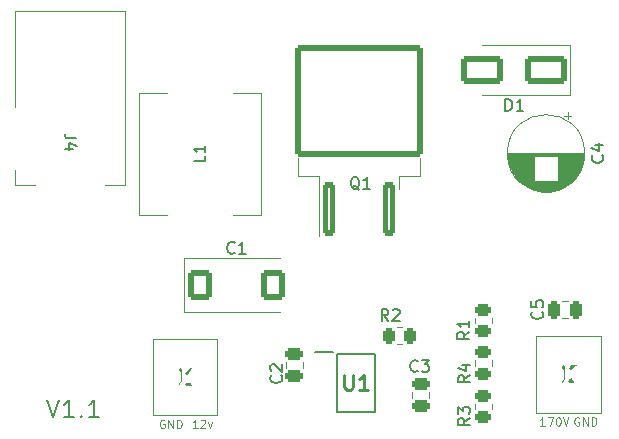
<source format=gto>
G04 #@! TF.GenerationSoftware,KiCad,Pcbnew,7.0.5-0*
G04 #@! TF.CreationDate,2023-12-12T17:49:23-05:00*
G04 #@! TF.ProjectId,PierogiNixiePSU,50696572-6f67-4694-9e69-786965505355,rev?*
G04 #@! TF.SameCoordinates,Original*
G04 #@! TF.FileFunction,Legend,Top*
G04 #@! TF.FilePolarity,Positive*
%FSLAX46Y46*%
G04 Gerber Fmt 4.6, Leading zero omitted, Abs format (unit mm)*
G04 Created by KiCad (PCBNEW 7.0.5-0) date 2023-12-12 17:49:23*
%MOMM*%
%LPD*%
G01*
G04 APERTURE LIST*
G04 Aperture macros list*
%AMRoundRect*
0 Rectangle with rounded corners*
0 $1 Rounding radius*
0 $2 $3 $4 $5 $6 $7 $8 $9 X,Y pos of 4 corners*
0 Add a 4 corners polygon primitive as box body*
4,1,4,$2,$3,$4,$5,$6,$7,$8,$9,$2,$3,0*
0 Add four circle primitives for the rounded corners*
1,1,$1+$1,$2,$3*
1,1,$1+$1,$4,$5*
1,1,$1+$1,$6,$7*
1,1,$1+$1,$8,$9*
0 Add four rect primitives between the rounded corners*
20,1,$1+$1,$2,$3,$4,$5,0*
20,1,$1+$1,$4,$5,$6,$7,0*
20,1,$1+$1,$6,$7,$8,$9,0*
20,1,$1+$1,$8,$9,$2,$3,0*%
G04 Aperture macros list end*
%ADD10C,0.150000*%
%ADD11C,0.100000*%
%ADD12C,0.254000*%
%ADD13C,0.120000*%
%ADD14C,0.200000*%
%ADD15RoundRect,0.250000X0.262500X0.450000X-0.262500X0.450000X-0.262500X-0.450000X0.262500X-0.450000X0*%
%ADD16RoundRect,0.250000X-0.250000X-0.475000X0.250000X-0.475000X0.250000X0.475000X-0.250000X0.475000X0*%
%ADD17C,1.950000*%
%ADD18RoundRect,0.250000X0.300000X-2.050000X0.300000X2.050000X-0.300000X2.050000X-0.300000X-2.050000X0*%
%ADD19RoundRect,0.250002X5.149998X-4.449998X5.149998X4.449998X-5.149998X4.449998X-5.149998X-4.449998X0*%
%ADD20C,0.800000*%
%ADD21C,7.000000*%
%ADD22RoundRect,0.250000X0.475000X-0.250000X0.475000X0.250000X-0.475000X0.250000X-0.475000X-0.250000X0*%
%ADD23R,4.950000X3.175000*%
%ADD24R,1.550000X0.700000*%
%ADD25RoundRect,0.250000X-0.787500X-1.025000X0.787500X-1.025000X0.787500X1.025000X-0.787500X1.025000X0*%
%ADD26R,1.600000X1.600000*%
%ADD27C,1.600000*%
%ADD28RoundRect,0.250000X0.450000X-0.262500X0.450000X0.262500X-0.450000X0.262500X-0.450000X-0.262500X0*%
%ADD29RoundRect,0.250000X1.500000X0.900000X-1.500000X0.900000X-1.500000X-0.900000X1.500000X-0.900000X0*%
%ADD30R,4.500000X2.000000*%
%ADD31O,4.000000X2.000000*%
%ADD32O,2.000000X4.000000*%
%ADD33RoundRect,0.250000X-0.450000X0.262500X-0.450000X-0.262500X0.450000X-0.262500X0.450000X0.262500X0*%
G04 APERTURE END LIST*
D10*
X120841541Y-119008628D02*
X121341541Y-120508628D01*
X121341541Y-120508628D02*
X121841541Y-119008628D01*
X123127255Y-120508628D02*
X122270112Y-120508628D01*
X122698683Y-120508628D02*
X122698683Y-119008628D01*
X122698683Y-119008628D02*
X122555826Y-119222914D01*
X122555826Y-119222914D02*
X122412969Y-119365771D01*
X122412969Y-119365771D02*
X122270112Y-119437200D01*
X123770111Y-120365771D02*
X123841540Y-120437200D01*
X123841540Y-120437200D02*
X123770111Y-120508628D01*
X123770111Y-120508628D02*
X123698683Y-120437200D01*
X123698683Y-120437200D02*
X123770111Y-120365771D01*
X123770111Y-120365771D02*
X123770111Y-120508628D01*
X125270112Y-120508628D02*
X124412969Y-120508628D01*
X124841540Y-120508628D02*
X124841540Y-119008628D01*
X124841540Y-119008628D02*
X124698683Y-119222914D01*
X124698683Y-119222914D02*
X124555826Y-119365771D01*
X124555826Y-119365771D02*
X124412969Y-119437200D01*
D11*
X133599122Y-121409133D02*
X133199122Y-121409133D01*
X133399122Y-121409133D02*
X133399122Y-120709133D01*
X133399122Y-120709133D02*
X133332455Y-120809133D01*
X133332455Y-120809133D02*
X133265789Y-120875800D01*
X133265789Y-120875800D02*
X133199122Y-120909133D01*
X133865789Y-120775800D02*
X133899122Y-120742466D01*
X133899122Y-120742466D02*
X133965789Y-120709133D01*
X133965789Y-120709133D02*
X134132456Y-120709133D01*
X134132456Y-120709133D02*
X134199122Y-120742466D01*
X134199122Y-120742466D02*
X134232456Y-120775800D01*
X134232456Y-120775800D02*
X134265789Y-120842466D01*
X134265789Y-120842466D02*
X134265789Y-120909133D01*
X134265789Y-120909133D02*
X134232456Y-121009133D01*
X134232456Y-121009133D02*
X133832456Y-121409133D01*
X133832456Y-121409133D02*
X134265789Y-121409133D01*
X134499123Y-120942466D02*
X134665789Y-121409133D01*
X134665789Y-121409133D02*
X134832456Y-120942466D01*
X130799122Y-120742466D02*
X130732455Y-120709133D01*
X130732455Y-120709133D02*
X130632455Y-120709133D01*
X130632455Y-120709133D02*
X130532455Y-120742466D01*
X130532455Y-120742466D02*
X130465789Y-120809133D01*
X130465789Y-120809133D02*
X130432455Y-120875800D01*
X130432455Y-120875800D02*
X130399122Y-121009133D01*
X130399122Y-121009133D02*
X130399122Y-121109133D01*
X130399122Y-121109133D02*
X130432455Y-121242466D01*
X130432455Y-121242466D02*
X130465789Y-121309133D01*
X130465789Y-121309133D02*
X130532455Y-121375800D01*
X130532455Y-121375800D02*
X130632455Y-121409133D01*
X130632455Y-121409133D02*
X130699122Y-121409133D01*
X130699122Y-121409133D02*
X130799122Y-121375800D01*
X130799122Y-121375800D02*
X130832455Y-121342466D01*
X130832455Y-121342466D02*
X130832455Y-121109133D01*
X130832455Y-121109133D02*
X130699122Y-121109133D01*
X131132455Y-121409133D02*
X131132455Y-120709133D01*
X131132455Y-120709133D02*
X131532455Y-121409133D01*
X131532455Y-121409133D02*
X131532455Y-120709133D01*
X131865788Y-121409133D02*
X131865788Y-120709133D01*
X131865788Y-120709133D02*
X132032455Y-120709133D01*
X132032455Y-120709133D02*
X132132455Y-120742466D01*
X132132455Y-120742466D02*
X132199122Y-120809133D01*
X132199122Y-120809133D02*
X132232455Y-120875800D01*
X132232455Y-120875800D02*
X132265788Y-121009133D01*
X132265788Y-121009133D02*
X132265788Y-121109133D01*
X132265788Y-121109133D02*
X132232455Y-121242466D01*
X132232455Y-121242466D02*
X132199122Y-121309133D01*
X132199122Y-121309133D02*
X132132455Y-121375800D01*
X132132455Y-121375800D02*
X132032455Y-121409133D01*
X132032455Y-121409133D02*
X131865788Y-121409133D01*
X162999122Y-121209133D02*
X162599122Y-121209133D01*
X162799122Y-121209133D02*
X162799122Y-120509133D01*
X162799122Y-120509133D02*
X162732455Y-120609133D01*
X162732455Y-120609133D02*
X162665789Y-120675800D01*
X162665789Y-120675800D02*
X162599122Y-120709133D01*
X163232456Y-120509133D02*
X163699122Y-120509133D01*
X163699122Y-120509133D02*
X163399122Y-121209133D01*
X164099123Y-120509133D02*
X164165789Y-120509133D01*
X164165789Y-120509133D02*
X164232456Y-120542466D01*
X164232456Y-120542466D02*
X164265789Y-120575800D01*
X164265789Y-120575800D02*
X164299123Y-120642466D01*
X164299123Y-120642466D02*
X164332456Y-120775800D01*
X164332456Y-120775800D02*
X164332456Y-120942466D01*
X164332456Y-120942466D02*
X164299123Y-121075800D01*
X164299123Y-121075800D02*
X164265789Y-121142466D01*
X164265789Y-121142466D02*
X164232456Y-121175800D01*
X164232456Y-121175800D02*
X164165789Y-121209133D01*
X164165789Y-121209133D02*
X164099123Y-121209133D01*
X164099123Y-121209133D02*
X164032456Y-121175800D01*
X164032456Y-121175800D02*
X163999123Y-121142466D01*
X163999123Y-121142466D02*
X163965789Y-121075800D01*
X163965789Y-121075800D02*
X163932456Y-120942466D01*
X163932456Y-120942466D02*
X163932456Y-120775800D01*
X163932456Y-120775800D02*
X163965789Y-120642466D01*
X163965789Y-120642466D02*
X163999123Y-120575800D01*
X163999123Y-120575800D02*
X164032456Y-120542466D01*
X164032456Y-120542466D02*
X164099123Y-120509133D01*
X164532456Y-120509133D02*
X164765790Y-121209133D01*
X164765790Y-121209133D02*
X164999123Y-120509133D01*
X165899122Y-120542466D02*
X165832455Y-120509133D01*
X165832455Y-120509133D02*
X165732455Y-120509133D01*
X165732455Y-120509133D02*
X165632455Y-120542466D01*
X165632455Y-120542466D02*
X165565789Y-120609133D01*
X165565789Y-120609133D02*
X165532455Y-120675800D01*
X165532455Y-120675800D02*
X165499122Y-120809133D01*
X165499122Y-120809133D02*
X165499122Y-120909133D01*
X165499122Y-120909133D02*
X165532455Y-121042466D01*
X165532455Y-121042466D02*
X165565789Y-121109133D01*
X165565789Y-121109133D02*
X165632455Y-121175800D01*
X165632455Y-121175800D02*
X165732455Y-121209133D01*
X165732455Y-121209133D02*
X165799122Y-121209133D01*
X165799122Y-121209133D02*
X165899122Y-121175800D01*
X165899122Y-121175800D02*
X165932455Y-121142466D01*
X165932455Y-121142466D02*
X165932455Y-120909133D01*
X165932455Y-120909133D02*
X165799122Y-120909133D01*
X166232455Y-121209133D02*
X166232455Y-120509133D01*
X166232455Y-120509133D02*
X166632455Y-121209133D01*
X166632455Y-121209133D02*
X166632455Y-120509133D01*
X166965788Y-121209133D02*
X166965788Y-120509133D01*
X166965788Y-120509133D02*
X167132455Y-120509133D01*
X167132455Y-120509133D02*
X167232455Y-120542466D01*
X167232455Y-120542466D02*
X167299122Y-120609133D01*
X167299122Y-120609133D02*
X167332455Y-120675800D01*
X167332455Y-120675800D02*
X167365788Y-120809133D01*
X167365788Y-120809133D02*
X167365788Y-120909133D01*
X167365788Y-120909133D02*
X167332455Y-121042466D01*
X167332455Y-121042466D02*
X167299122Y-121109133D01*
X167299122Y-121109133D02*
X167232455Y-121175800D01*
X167232455Y-121175800D02*
X167132455Y-121209133D01*
X167132455Y-121209133D02*
X166965788Y-121209133D01*
D10*
X149745833Y-112354819D02*
X149412500Y-111878628D01*
X149174405Y-112354819D02*
X149174405Y-111354819D01*
X149174405Y-111354819D02*
X149555357Y-111354819D01*
X149555357Y-111354819D02*
X149650595Y-111402438D01*
X149650595Y-111402438D02*
X149698214Y-111450057D01*
X149698214Y-111450057D02*
X149745833Y-111545295D01*
X149745833Y-111545295D02*
X149745833Y-111688152D01*
X149745833Y-111688152D02*
X149698214Y-111783390D01*
X149698214Y-111783390D02*
X149650595Y-111831009D01*
X149650595Y-111831009D02*
X149555357Y-111878628D01*
X149555357Y-111878628D02*
X149174405Y-111878628D01*
X150126786Y-111450057D02*
X150174405Y-111402438D01*
X150174405Y-111402438D02*
X150269643Y-111354819D01*
X150269643Y-111354819D02*
X150507738Y-111354819D01*
X150507738Y-111354819D02*
X150602976Y-111402438D01*
X150602976Y-111402438D02*
X150650595Y-111450057D01*
X150650595Y-111450057D02*
X150698214Y-111545295D01*
X150698214Y-111545295D02*
X150698214Y-111640533D01*
X150698214Y-111640533D02*
X150650595Y-111783390D01*
X150650595Y-111783390D02*
X150079167Y-112354819D01*
X150079167Y-112354819D02*
X150698214Y-112354819D01*
X162759580Y-111566666D02*
X162807200Y-111614285D01*
X162807200Y-111614285D02*
X162854819Y-111757142D01*
X162854819Y-111757142D02*
X162854819Y-111852380D01*
X162854819Y-111852380D02*
X162807200Y-111995237D01*
X162807200Y-111995237D02*
X162711961Y-112090475D01*
X162711961Y-112090475D02*
X162616723Y-112138094D01*
X162616723Y-112138094D02*
X162426247Y-112185713D01*
X162426247Y-112185713D02*
X162283390Y-112185713D01*
X162283390Y-112185713D02*
X162092914Y-112138094D01*
X162092914Y-112138094D02*
X161997676Y-112090475D01*
X161997676Y-112090475D02*
X161902438Y-111995237D01*
X161902438Y-111995237D02*
X161854819Y-111852380D01*
X161854819Y-111852380D02*
X161854819Y-111757142D01*
X161854819Y-111757142D02*
X161902438Y-111614285D01*
X161902438Y-111614285D02*
X161950057Y-111566666D01*
X161854819Y-110661904D02*
X161854819Y-111138094D01*
X161854819Y-111138094D02*
X162331009Y-111185713D01*
X162331009Y-111185713D02*
X162283390Y-111138094D01*
X162283390Y-111138094D02*
X162235771Y-111042856D01*
X162235771Y-111042856D02*
X162235771Y-110804761D01*
X162235771Y-110804761D02*
X162283390Y-110709523D01*
X162283390Y-110709523D02*
X162331009Y-110661904D01*
X162331009Y-110661904D02*
X162426247Y-110614285D01*
X162426247Y-110614285D02*
X162664342Y-110614285D01*
X162664342Y-110614285D02*
X162759580Y-110661904D01*
X162759580Y-110661904D02*
X162807200Y-110709523D01*
X162807200Y-110709523D02*
X162854819Y-110804761D01*
X162854819Y-110804761D02*
X162854819Y-111042856D01*
X162854819Y-111042856D02*
X162807200Y-111138094D01*
X162807200Y-111138094D02*
X162759580Y-111185713D01*
D12*
X132106667Y-116404318D02*
X132106667Y-117311461D01*
X132106667Y-117311461D02*
X132046190Y-117492889D01*
X132046190Y-117492889D02*
X131925238Y-117613842D01*
X131925238Y-117613842D02*
X131743809Y-117674318D01*
X131743809Y-117674318D02*
X131622857Y-117674318D01*
X133376667Y-117674318D02*
X132650952Y-117674318D01*
X133013809Y-117674318D02*
X133013809Y-116404318D01*
X133013809Y-116404318D02*
X132892857Y-116585746D01*
X132892857Y-116585746D02*
X132771905Y-116706699D01*
X132771905Y-116706699D02*
X132650952Y-116767175D01*
D10*
X147304761Y-101250057D02*
X147209523Y-101202438D01*
X147209523Y-101202438D02*
X147114285Y-101107200D01*
X147114285Y-101107200D02*
X146971428Y-100964342D01*
X146971428Y-100964342D02*
X146876190Y-100916723D01*
X146876190Y-100916723D02*
X146780952Y-100916723D01*
X146828571Y-101154819D02*
X146733333Y-101107200D01*
X146733333Y-101107200D02*
X146638095Y-101011961D01*
X146638095Y-101011961D02*
X146590476Y-100821485D01*
X146590476Y-100821485D02*
X146590476Y-100488152D01*
X146590476Y-100488152D02*
X146638095Y-100297676D01*
X146638095Y-100297676D02*
X146733333Y-100202438D01*
X146733333Y-100202438D02*
X146828571Y-100154819D01*
X146828571Y-100154819D02*
X147019047Y-100154819D01*
X147019047Y-100154819D02*
X147114285Y-100202438D01*
X147114285Y-100202438D02*
X147209523Y-100297676D01*
X147209523Y-100297676D02*
X147257142Y-100488152D01*
X147257142Y-100488152D02*
X147257142Y-100821485D01*
X147257142Y-100821485D02*
X147209523Y-101011961D01*
X147209523Y-101011961D02*
X147114285Y-101107200D01*
X147114285Y-101107200D02*
X147019047Y-101154819D01*
X147019047Y-101154819D02*
X146828571Y-101154819D01*
X148209523Y-101154819D02*
X147638095Y-101154819D01*
X147923809Y-101154819D02*
X147923809Y-100154819D01*
X147923809Y-100154819D02*
X147828571Y-100297676D01*
X147828571Y-100297676D02*
X147733333Y-100392914D01*
X147733333Y-100392914D02*
X147638095Y-100440533D01*
X152233333Y-116559580D02*
X152185714Y-116607200D01*
X152185714Y-116607200D02*
X152042857Y-116654819D01*
X152042857Y-116654819D02*
X151947619Y-116654819D01*
X151947619Y-116654819D02*
X151804762Y-116607200D01*
X151804762Y-116607200D02*
X151709524Y-116511961D01*
X151709524Y-116511961D02*
X151661905Y-116416723D01*
X151661905Y-116416723D02*
X151614286Y-116226247D01*
X151614286Y-116226247D02*
X151614286Y-116083390D01*
X151614286Y-116083390D02*
X151661905Y-115892914D01*
X151661905Y-115892914D02*
X151709524Y-115797676D01*
X151709524Y-115797676D02*
X151804762Y-115702438D01*
X151804762Y-115702438D02*
X151947619Y-115654819D01*
X151947619Y-115654819D02*
X152042857Y-115654819D01*
X152042857Y-115654819D02*
X152185714Y-115702438D01*
X152185714Y-115702438D02*
X152233333Y-115750057D01*
X152566667Y-115654819D02*
X153185714Y-115654819D01*
X153185714Y-115654819D02*
X152852381Y-116035771D01*
X152852381Y-116035771D02*
X152995238Y-116035771D01*
X152995238Y-116035771D02*
X153090476Y-116083390D01*
X153090476Y-116083390D02*
X153138095Y-116131009D01*
X153138095Y-116131009D02*
X153185714Y-116226247D01*
X153185714Y-116226247D02*
X153185714Y-116464342D01*
X153185714Y-116464342D02*
X153138095Y-116559580D01*
X153138095Y-116559580D02*
X153090476Y-116607200D01*
X153090476Y-116607200D02*
X152995238Y-116654819D01*
X152995238Y-116654819D02*
X152709524Y-116654819D01*
X152709524Y-116654819D02*
X152614286Y-116607200D01*
X152614286Y-116607200D02*
X152566667Y-116559580D01*
X134254819Y-98366666D02*
X134254819Y-98842856D01*
X134254819Y-98842856D02*
X133254819Y-98842856D01*
X134254819Y-97509523D02*
X134254819Y-98080951D01*
X134254819Y-97795237D02*
X133254819Y-97795237D01*
X133254819Y-97795237D02*
X133397676Y-97890475D01*
X133397676Y-97890475D02*
X133492914Y-97985713D01*
X133492914Y-97985713D02*
X133540533Y-98080951D01*
X140659580Y-116966666D02*
X140707200Y-117014285D01*
X140707200Y-117014285D02*
X140754819Y-117157142D01*
X140754819Y-117157142D02*
X140754819Y-117252380D01*
X140754819Y-117252380D02*
X140707200Y-117395237D01*
X140707200Y-117395237D02*
X140611961Y-117490475D01*
X140611961Y-117490475D02*
X140516723Y-117538094D01*
X140516723Y-117538094D02*
X140326247Y-117585713D01*
X140326247Y-117585713D02*
X140183390Y-117585713D01*
X140183390Y-117585713D02*
X139992914Y-117538094D01*
X139992914Y-117538094D02*
X139897676Y-117490475D01*
X139897676Y-117490475D02*
X139802438Y-117395237D01*
X139802438Y-117395237D02*
X139754819Y-117252380D01*
X139754819Y-117252380D02*
X139754819Y-117157142D01*
X139754819Y-117157142D02*
X139802438Y-117014285D01*
X139802438Y-117014285D02*
X139850057Y-116966666D01*
X139850057Y-116585713D02*
X139802438Y-116538094D01*
X139802438Y-116538094D02*
X139754819Y-116442856D01*
X139754819Y-116442856D02*
X139754819Y-116204761D01*
X139754819Y-116204761D02*
X139802438Y-116109523D01*
X139802438Y-116109523D02*
X139850057Y-116061904D01*
X139850057Y-116061904D02*
X139945295Y-116014285D01*
X139945295Y-116014285D02*
X140040533Y-116014285D01*
X140040533Y-116014285D02*
X140183390Y-116061904D01*
X140183390Y-116061904D02*
X140754819Y-116633332D01*
X140754819Y-116633332D02*
X140754819Y-116014285D01*
D12*
X146032380Y-116904318D02*
X146032380Y-117932413D01*
X146032380Y-117932413D02*
X146092857Y-118053365D01*
X146092857Y-118053365D02*
X146153333Y-118113842D01*
X146153333Y-118113842D02*
X146274285Y-118174318D01*
X146274285Y-118174318D02*
X146516190Y-118174318D01*
X146516190Y-118174318D02*
X146637142Y-118113842D01*
X146637142Y-118113842D02*
X146697619Y-118053365D01*
X146697619Y-118053365D02*
X146758095Y-117932413D01*
X146758095Y-117932413D02*
X146758095Y-116904318D01*
X148028095Y-118174318D02*
X147302380Y-118174318D01*
X147665237Y-118174318D02*
X147665237Y-116904318D01*
X147665237Y-116904318D02*
X147544285Y-117085746D01*
X147544285Y-117085746D02*
X147423333Y-117206699D01*
X147423333Y-117206699D02*
X147302380Y-117267175D01*
D10*
X136733333Y-106559580D02*
X136685714Y-106607200D01*
X136685714Y-106607200D02*
X136542857Y-106654819D01*
X136542857Y-106654819D02*
X136447619Y-106654819D01*
X136447619Y-106654819D02*
X136304762Y-106607200D01*
X136304762Y-106607200D02*
X136209524Y-106511961D01*
X136209524Y-106511961D02*
X136161905Y-106416723D01*
X136161905Y-106416723D02*
X136114286Y-106226247D01*
X136114286Y-106226247D02*
X136114286Y-106083390D01*
X136114286Y-106083390D02*
X136161905Y-105892914D01*
X136161905Y-105892914D02*
X136209524Y-105797676D01*
X136209524Y-105797676D02*
X136304762Y-105702438D01*
X136304762Y-105702438D02*
X136447619Y-105654819D01*
X136447619Y-105654819D02*
X136542857Y-105654819D01*
X136542857Y-105654819D02*
X136685714Y-105702438D01*
X136685714Y-105702438D02*
X136733333Y-105750057D01*
X137685714Y-106654819D02*
X137114286Y-106654819D01*
X137400000Y-106654819D02*
X137400000Y-105654819D01*
X137400000Y-105654819D02*
X137304762Y-105797676D01*
X137304762Y-105797676D02*
X137209524Y-105892914D01*
X137209524Y-105892914D02*
X137114286Y-105940533D01*
X167859580Y-98316666D02*
X167907200Y-98364285D01*
X167907200Y-98364285D02*
X167954819Y-98507142D01*
X167954819Y-98507142D02*
X167954819Y-98602380D01*
X167954819Y-98602380D02*
X167907200Y-98745237D01*
X167907200Y-98745237D02*
X167811961Y-98840475D01*
X167811961Y-98840475D02*
X167716723Y-98888094D01*
X167716723Y-98888094D02*
X167526247Y-98935713D01*
X167526247Y-98935713D02*
X167383390Y-98935713D01*
X167383390Y-98935713D02*
X167192914Y-98888094D01*
X167192914Y-98888094D02*
X167097676Y-98840475D01*
X167097676Y-98840475D02*
X167002438Y-98745237D01*
X167002438Y-98745237D02*
X166954819Y-98602380D01*
X166954819Y-98602380D02*
X166954819Y-98507142D01*
X166954819Y-98507142D02*
X167002438Y-98364285D01*
X167002438Y-98364285D02*
X167050057Y-98316666D01*
X167288152Y-97459523D02*
X167954819Y-97459523D01*
X166907200Y-97697618D02*
X167621485Y-97935713D01*
X167621485Y-97935713D02*
X167621485Y-97316666D01*
D12*
X164576667Y-116204318D02*
X164576667Y-117111461D01*
X164576667Y-117111461D02*
X164516190Y-117292889D01*
X164516190Y-117292889D02*
X164395238Y-117413842D01*
X164395238Y-117413842D02*
X164213809Y-117474318D01*
X164213809Y-117474318D02*
X164092857Y-117474318D01*
X165120952Y-116325270D02*
X165181428Y-116264794D01*
X165181428Y-116264794D02*
X165302381Y-116204318D01*
X165302381Y-116204318D02*
X165604762Y-116204318D01*
X165604762Y-116204318D02*
X165725714Y-116264794D01*
X165725714Y-116264794D02*
X165786190Y-116325270D01*
X165786190Y-116325270D02*
X165846667Y-116446222D01*
X165846667Y-116446222D02*
X165846667Y-116567175D01*
X165846667Y-116567175D02*
X165786190Y-116748603D01*
X165786190Y-116748603D02*
X165060476Y-117474318D01*
X165060476Y-117474318D02*
X165846667Y-117474318D01*
D10*
X156604819Y-113266666D02*
X156128628Y-113599999D01*
X156604819Y-113838094D02*
X155604819Y-113838094D01*
X155604819Y-113838094D02*
X155604819Y-113457142D01*
X155604819Y-113457142D02*
X155652438Y-113361904D01*
X155652438Y-113361904D02*
X155700057Y-113314285D01*
X155700057Y-113314285D02*
X155795295Y-113266666D01*
X155795295Y-113266666D02*
X155938152Y-113266666D01*
X155938152Y-113266666D02*
X156033390Y-113314285D01*
X156033390Y-113314285D02*
X156081009Y-113361904D01*
X156081009Y-113361904D02*
X156128628Y-113457142D01*
X156128628Y-113457142D02*
X156128628Y-113838094D01*
X156604819Y-112314285D02*
X156604819Y-112885713D01*
X156604819Y-112599999D02*
X155604819Y-112599999D01*
X155604819Y-112599999D02*
X155747676Y-112695237D01*
X155747676Y-112695237D02*
X155842914Y-112790475D01*
X155842914Y-112790475D02*
X155890533Y-112885713D01*
X159661905Y-94554819D02*
X159661905Y-93554819D01*
X159661905Y-93554819D02*
X159900000Y-93554819D01*
X159900000Y-93554819D02*
X160042857Y-93602438D01*
X160042857Y-93602438D02*
X160138095Y-93697676D01*
X160138095Y-93697676D02*
X160185714Y-93792914D01*
X160185714Y-93792914D02*
X160233333Y-93983390D01*
X160233333Y-93983390D02*
X160233333Y-94126247D01*
X160233333Y-94126247D02*
X160185714Y-94316723D01*
X160185714Y-94316723D02*
X160138095Y-94411961D01*
X160138095Y-94411961D02*
X160042857Y-94507200D01*
X160042857Y-94507200D02*
X159900000Y-94554819D01*
X159900000Y-94554819D02*
X159661905Y-94554819D01*
X161185714Y-94554819D02*
X160614286Y-94554819D01*
X160900000Y-94554819D02*
X160900000Y-93554819D01*
X160900000Y-93554819D02*
X160804762Y-93697676D01*
X160804762Y-93697676D02*
X160709524Y-93792914D01*
X160709524Y-93792914D02*
X160614286Y-93840533D01*
X123345180Y-96866666D02*
X122630895Y-96866666D01*
X122630895Y-96866666D02*
X122488038Y-96819047D01*
X122488038Y-96819047D02*
X122392800Y-96723809D01*
X122392800Y-96723809D02*
X122345180Y-96580952D01*
X122345180Y-96580952D02*
X122345180Y-96485714D01*
X123011847Y-97771428D02*
X122345180Y-97771428D01*
X123392800Y-97533333D02*
X122678514Y-97295238D01*
X122678514Y-97295238D02*
X122678514Y-97914285D01*
X156654819Y-116966666D02*
X156178628Y-117299999D01*
X156654819Y-117538094D02*
X155654819Y-117538094D01*
X155654819Y-117538094D02*
X155654819Y-117157142D01*
X155654819Y-117157142D02*
X155702438Y-117061904D01*
X155702438Y-117061904D02*
X155750057Y-117014285D01*
X155750057Y-117014285D02*
X155845295Y-116966666D01*
X155845295Y-116966666D02*
X155988152Y-116966666D01*
X155988152Y-116966666D02*
X156083390Y-117014285D01*
X156083390Y-117014285D02*
X156131009Y-117061904D01*
X156131009Y-117061904D02*
X156178628Y-117157142D01*
X156178628Y-117157142D02*
X156178628Y-117538094D01*
X155988152Y-116109523D02*
X156654819Y-116109523D01*
X155607200Y-116347618D02*
X156321485Y-116585713D01*
X156321485Y-116585713D02*
X156321485Y-115966666D01*
X156654819Y-120566666D02*
X156178628Y-120899999D01*
X156654819Y-121138094D02*
X155654819Y-121138094D01*
X155654819Y-121138094D02*
X155654819Y-120757142D01*
X155654819Y-120757142D02*
X155702438Y-120661904D01*
X155702438Y-120661904D02*
X155750057Y-120614285D01*
X155750057Y-120614285D02*
X155845295Y-120566666D01*
X155845295Y-120566666D02*
X155988152Y-120566666D01*
X155988152Y-120566666D02*
X156083390Y-120614285D01*
X156083390Y-120614285D02*
X156131009Y-120661904D01*
X156131009Y-120661904D02*
X156178628Y-120757142D01*
X156178628Y-120757142D02*
X156178628Y-121138094D01*
X155654819Y-120233332D02*
X155654819Y-119614285D01*
X155654819Y-119614285D02*
X156035771Y-119947618D01*
X156035771Y-119947618D02*
X156035771Y-119804761D01*
X156035771Y-119804761D02*
X156083390Y-119709523D01*
X156083390Y-119709523D02*
X156131009Y-119661904D01*
X156131009Y-119661904D02*
X156226247Y-119614285D01*
X156226247Y-119614285D02*
X156464342Y-119614285D01*
X156464342Y-119614285D02*
X156559580Y-119661904D01*
X156559580Y-119661904D02*
X156607200Y-119709523D01*
X156607200Y-119709523D02*
X156654819Y-119804761D01*
X156654819Y-119804761D02*
X156654819Y-120090475D01*
X156654819Y-120090475D02*
X156607200Y-120185713D01*
X156607200Y-120185713D02*
X156559580Y-120233332D01*
D13*
X150927064Y-114335000D02*
X150472936Y-114335000D01*
X150927064Y-112865000D02*
X150472936Y-112865000D01*
X164438748Y-110665000D02*
X164961252Y-110665000D01*
X164438748Y-112135000D02*
X164961252Y-112135000D01*
D11*
X129790000Y-113850000D02*
X135270000Y-113850000D01*
X129790000Y-120350000D02*
X129790000Y-113850000D01*
X135270000Y-113850000D02*
X135270000Y-120350000D01*
X135270000Y-120350000D02*
X129790000Y-120350000D01*
D13*
X142060000Y-100050000D02*
X143870000Y-100050000D01*
X143870000Y-100050000D02*
X143870000Y-105175000D01*
X150650000Y-100050000D02*
X150650000Y-101150000D01*
X152460000Y-100050000D02*
X150650000Y-100050000D01*
X142060000Y-98550000D02*
X142060000Y-100050000D01*
X152460000Y-98550000D02*
X152460000Y-100050000D01*
X151765000Y-118861252D02*
X151765000Y-118338748D01*
X153235000Y-118861252D02*
X153235000Y-118338748D01*
X128620000Y-103380000D02*
X128620000Y-93020000D01*
X131025000Y-103380000D02*
X128620000Y-103380000D01*
X136575000Y-103380000D02*
X138980000Y-103380000D01*
X138980000Y-103380000D02*
X138980000Y-93020000D01*
X128620000Y-93020000D02*
X131025000Y-93020000D01*
X138980000Y-93020000D02*
X136575000Y-93020000D01*
X141065000Y-116361252D02*
X141065000Y-115838748D01*
X142535000Y-116361252D02*
X142535000Y-115838748D01*
D14*
X143500000Y-114995000D02*
X145050000Y-114995000D01*
X145400000Y-115150000D02*
X148600000Y-115150000D01*
X145400000Y-120050000D02*
X145400000Y-115150000D01*
X148600000Y-115150000D02*
X148600000Y-120050000D01*
X148600000Y-120050000D02*
X145400000Y-120050000D01*
D13*
X132490000Y-107040000D02*
X132490000Y-111560000D01*
X132490000Y-111560000D02*
X140550000Y-111560000D01*
X140550000Y-107040000D02*
X132490000Y-107040000D01*
X164939000Y-94649759D02*
X164939000Y-95279759D01*
X165254000Y-94964759D02*
X164624000Y-94964759D01*
X166330000Y-98150000D02*
X159870000Y-98150000D01*
X166330000Y-98190000D02*
X159870000Y-98190000D01*
X166330000Y-98230000D02*
X159870000Y-98230000D01*
X166328000Y-98270000D02*
X159872000Y-98270000D01*
X166327000Y-98310000D02*
X159873000Y-98310000D01*
X166324000Y-98350000D02*
X159876000Y-98350000D01*
X166322000Y-98390000D02*
X164140000Y-98390000D01*
X162060000Y-98390000D02*
X159878000Y-98390000D01*
X166318000Y-98430000D02*
X164140000Y-98430000D01*
X162060000Y-98430000D02*
X159882000Y-98430000D01*
X166315000Y-98470000D02*
X164140000Y-98470000D01*
X162060000Y-98470000D02*
X159885000Y-98470000D01*
X166311000Y-98510000D02*
X164140000Y-98510000D01*
X162060000Y-98510000D02*
X159889000Y-98510000D01*
X166306000Y-98550000D02*
X164140000Y-98550000D01*
X162060000Y-98550000D02*
X159894000Y-98550000D01*
X166301000Y-98590000D02*
X164140000Y-98590000D01*
X162060000Y-98590000D02*
X159899000Y-98590000D01*
X166295000Y-98630000D02*
X164140000Y-98630000D01*
X162060000Y-98630000D02*
X159905000Y-98630000D01*
X166289000Y-98670000D02*
X164140000Y-98670000D01*
X162060000Y-98670000D02*
X159911000Y-98670000D01*
X166282000Y-98710000D02*
X164140000Y-98710000D01*
X162060000Y-98710000D02*
X159918000Y-98710000D01*
X166275000Y-98750000D02*
X164140000Y-98750000D01*
X162060000Y-98750000D02*
X159925000Y-98750000D01*
X166267000Y-98790000D02*
X164140000Y-98790000D01*
X162060000Y-98790000D02*
X159933000Y-98790000D01*
X166259000Y-98830000D02*
X164140000Y-98830000D01*
X162060000Y-98830000D02*
X159941000Y-98830000D01*
X166250000Y-98871000D02*
X164140000Y-98871000D01*
X162060000Y-98871000D02*
X159950000Y-98871000D01*
X166241000Y-98911000D02*
X164140000Y-98911000D01*
X162060000Y-98911000D02*
X159959000Y-98911000D01*
X166231000Y-98951000D02*
X164140000Y-98951000D01*
X162060000Y-98951000D02*
X159969000Y-98951000D01*
X166221000Y-98991000D02*
X164140000Y-98991000D01*
X162060000Y-98991000D02*
X159979000Y-98991000D01*
X166210000Y-99031000D02*
X164140000Y-99031000D01*
X162060000Y-99031000D02*
X159990000Y-99031000D01*
X166198000Y-99071000D02*
X164140000Y-99071000D01*
X162060000Y-99071000D02*
X160002000Y-99071000D01*
X166186000Y-99111000D02*
X164140000Y-99111000D01*
X162060000Y-99111000D02*
X160014000Y-99111000D01*
X166174000Y-99151000D02*
X164140000Y-99151000D01*
X162060000Y-99151000D02*
X160026000Y-99151000D01*
X166161000Y-99191000D02*
X164140000Y-99191000D01*
X162060000Y-99191000D02*
X160039000Y-99191000D01*
X166147000Y-99231000D02*
X164140000Y-99231000D01*
X162060000Y-99231000D02*
X160053000Y-99231000D01*
X166133000Y-99271000D02*
X164140000Y-99271000D01*
X162060000Y-99271000D02*
X160067000Y-99271000D01*
X166118000Y-99311000D02*
X164140000Y-99311000D01*
X162060000Y-99311000D02*
X160082000Y-99311000D01*
X166102000Y-99351000D02*
X164140000Y-99351000D01*
X162060000Y-99351000D02*
X160098000Y-99351000D01*
X166086000Y-99391000D02*
X164140000Y-99391000D01*
X162060000Y-99391000D02*
X160114000Y-99391000D01*
X166070000Y-99431000D02*
X164140000Y-99431000D01*
X162060000Y-99431000D02*
X160130000Y-99431000D01*
X166052000Y-99471000D02*
X164140000Y-99471000D01*
X162060000Y-99471000D02*
X160148000Y-99471000D01*
X166034000Y-99511000D02*
X164140000Y-99511000D01*
X162060000Y-99511000D02*
X160166000Y-99511000D01*
X166016000Y-99551000D02*
X164140000Y-99551000D01*
X162060000Y-99551000D02*
X160184000Y-99551000D01*
X165996000Y-99591000D02*
X164140000Y-99591000D01*
X162060000Y-99591000D02*
X160204000Y-99591000D01*
X165976000Y-99631000D02*
X164140000Y-99631000D01*
X162060000Y-99631000D02*
X160224000Y-99631000D01*
X165956000Y-99671000D02*
X164140000Y-99671000D01*
X162060000Y-99671000D02*
X160244000Y-99671000D01*
X165934000Y-99711000D02*
X164140000Y-99711000D01*
X162060000Y-99711000D02*
X160266000Y-99711000D01*
X165912000Y-99751000D02*
X164140000Y-99751000D01*
X162060000Y-99751000D02*
X160288000Y-99751000D01*
X165890000Y-99791000D02*
X164140000Y-99791000D01*
X162060000Y-99791000D02*
X160310000Y-99791000D01*
X165866000Y-99831000D02*
X164140000Y-99831000D01*
X162060000Y-99831000D02*
X160334000Y-99831000D01*
X165842000Y-99871000D02*
X164140000Y-99871000D01*
X162060000Y-99871000D02*
X160358000Y-99871000D01*
X165816000Y-99911000D02*
X164140000Y-99911000D01*
X162060000Y-99911000D02*
X160384000Y-99911000D01*
X165790000Y-99951000D02*
X164140000Y-99951000D01*
X162060000Y-99951000D02*
X160410000Y-99951000D01*
X165764000Y-99991000D02*
X164140000Y-99991000D01*
X162060000Y-99991000D02*
X160436000Y-99991000D01*
X165736000Y-100031000D02*
X164140000Y-100031000D01*
X162060000Y-100031000D02*
X160464000Y-100031000D01*
X165707000Y-100071000D02*
X164140000Y-100071000D01*
X162060000Y-100071000D02*
X160493000Y-100071000D01*
X165678000Y-100111000D02*
X164140000Y-100111000D01*
X162060000Y-100111000D02*
X160522000Y-100111000D01*
X165648000Y-100151000D02*
X164140000Y-100151000D01*
X162060000Y-100151000D02*
X160552000Y-100151000D01*
X165616000Y-100191000D02*
X164140000Y-100191000D01*
X162060000Y-100191000D02*
X160584000Y-100191000D01*
X165584000Y-100231000D02*
X164140000Y-100231000D01*
X162060000Y-100231000D02*
X160616000Y-100231000D01*
X165550000Y-100271000D02*
X164140000Y-100271000D01*
X162060000Y-100271000D02*
X160650000Y-100271000D01*
X165516000Y-100311000D02*
X164140000Y-100311000D01*
X162060000Y-100311000D02*
X160684000Y-100311000D01*
X165480000Y-100351000D02*
X164140000Y-100351000D01*
X162060000Y-100351000D02*
X160720000Y-100351000D01*
X165443000Y-100391000D02*
X164140000Y-100391000D01*
X162060000Y-100391000D02*
X160757000Y-100391000D01*
X165405000Y-100431000D02*
X164140000Y-100431000D01*
X162060000Y-100431000D02*
X160795000Y-100431000D01*
X165365000Y-100471000D02*
X160835000Y-100471000D01*
X165324000Y-100511000D02*
X160876000Y-100511000D01*
X165282000Y-100551000D02*
X160918000Y-100551000D01*
X165237000Y-100591000D02*
X160963000Y-100591000D01*
X165192000Y-100631000D02*
X161008000Y-100631000D01*
X165144000Y-100671000D02*
X161056000Y-100671000D01*
X165095000Y-100711000D02*
X161105000Y-100711000D01*
X165044000Y-100751000D02*
X161156000Y-100751000D01*
X164990000Y-100791000D02*
X161210000Y-100791000D01*
X164934000Y-100831000D02*
X161266000Y-100831000D01*
X164876000Y-100871000D02*
X161324000Y-100871000D01*
X164814000Y-100911000D02*
X161386000Y-100911000D01*
X164750000Y-100951000D02*
X161450000Y-100951000D01*
X164681000Y-100991000D02*
X161519000Y-100991000D01*
X164609000Y-101031000D02*
X161591000Y-101031000D01*
X164532000Y-101071000D02*
X161668000Y-101071000D01*
X164450000Y-101111000D02*
X161750000Y-101111000D01*
X164362000Y-101151000D02*
X161838000Y-101151000D01*
X164265000Y-101191000D02*
X161935000Y-101191000D01*
X164159000Y-101231000D02*
X162041000Y-101231000D01*
X164040000Y-101271000D02*
X162160000Y-101271000D01*
X163902000Y-101311000D02*
X162298000Y-101311000D01*
X163733000Y-101351000D02*
X162467000Y-101351000D01*
X163502000Y-101391000D02*
X162698000Y-101391000D01*
X166370000Y-98150000D02*
G75*
G03*
X166370000Y-98150000I-3270000J0D01*
G01*
D11*
X162260000Y-113650000D02*
X167740000Y-113650000D01*
X162260000Y-120150000D02*
X162260000Y-113650000D01*
X167740000Y-113650000D02*
X167740000Y-120150000D01*
X167740000Y-120150000D02*
X162260000Y-120150000D01*
D13*
X157065000Y-112527064D02*
X157065000Y-112072936D01*
X158535000Y-112527064D02*
X158535000Y-112072936D01*
X165110000Y-93250000D02*
X165110000Y-88950000D01*
X165110000Y-93250000D02*
X157700000Y-93250000D01*
X165110000Y-88950000D02*
X157700000Y-88950000D01*
X127420000Y-86080000D02*
X118180000Y-86080000D01*
X118180000Y-86080000D02*
X118180000Y-94200000D01*
X118180000Y-99600000D02*
X118180000Y-100820000D01*
X127420000Y-100820000D02*
X127420000Y-86080000D01*
X125750000Y-100820000D02*
X127420000Y-100820000D01*
X118180000Y-100820000D02*
X119850000Y-100820000D01*
X157065000Y-116127064D02*
X157065000Y-115672936D01*
X158535000Y-116127064D02*
X158535000Y-115672936D01*
X158535000Y-119372936D02*
X158535000Y-119827064D01*
X157065000Y-119372936D02*
X157065000Y-119827064D01*
%LPC*%
D15*
X151612500Y-113600000D03*
X149787500Y-113600000D03*
D16*
X163750000Y-111400000D03*
X165650000Y-111400000D03*
D17*
X131260000Y-117100000D03*
X133800000Y-117100000D03*
D18*
X144720000Y-102875000D03*
D19*
X147260000Y-93725000D03*
D18*
X149800000Y-102875000D03*
D20*
X162631155Y-105943845D03*
X163400000Y-104087690D03*
X163400000Y-107800000D03*
X165256155Y-103318845D03*
D21*
X165256155Y-105943845D03*
D20*
X165256155Y-108568845D03*
X167112310Y-104087690D03*
X167112310Y-107800000D03*
X167881155Y-105943845D03*
D22*
X152500000Y-119550000D03*
X152500000Y-117650000D03*
D23*
X133800000Y-102707500D03*
X133800000Y-93692500D03*
D22*
X141800000Y-117050000D03*
X141800000Y-115150000D03*
D24*
X144275000Y-115695000D03*
X144275000Y-116965000D03*
X144275000Y-118235000D03*
X144275000Y-119505000D03*
X149725000Y-119505000D03*
X149725000Y-118235000D03*
X149725000Y-116965000D03*
X149725000Y-115695000D03*
D25*
X133787500Y-109300000D03*
X140012500Y-109300000D03*
D26*
X163100000Y-96900000D03*
D27*
X163100000Y-99400000D03*
D17*
X163730000Y-116900000D03*
X166270000Y-116900000D03*
D28*
X157800000Y-113212500D03*
X157800000Y-111387500D03*
D29*
X163100000Y-91100000D03*
X157700000Y-91100000D03*
D30*
X122800000Y-100100000D03*
D31*
X122800000Y-93900000D03*
D32*
X118100000Y-96900000D03*
D28*
X157800000Y-116812500D03*
X157800000Y-114987500D03*
D33*
X157800000Y-118687500D03*
X157800000Y-120512500D03*
D20*
X119575000Y-108800000D03*
X120343845Y-106943845D03*
X120343845Y-110656155D03*
X122200000Y-106175000D03*
D21*
X122200000Y-108800000D03*
D20*
X122200000Y-111425000D03*
X124056155Y-106943845D03*
X124056155Y-110656155D03*
X124825000Y-108800000D03*
%LPD*%
M02*

</source>
